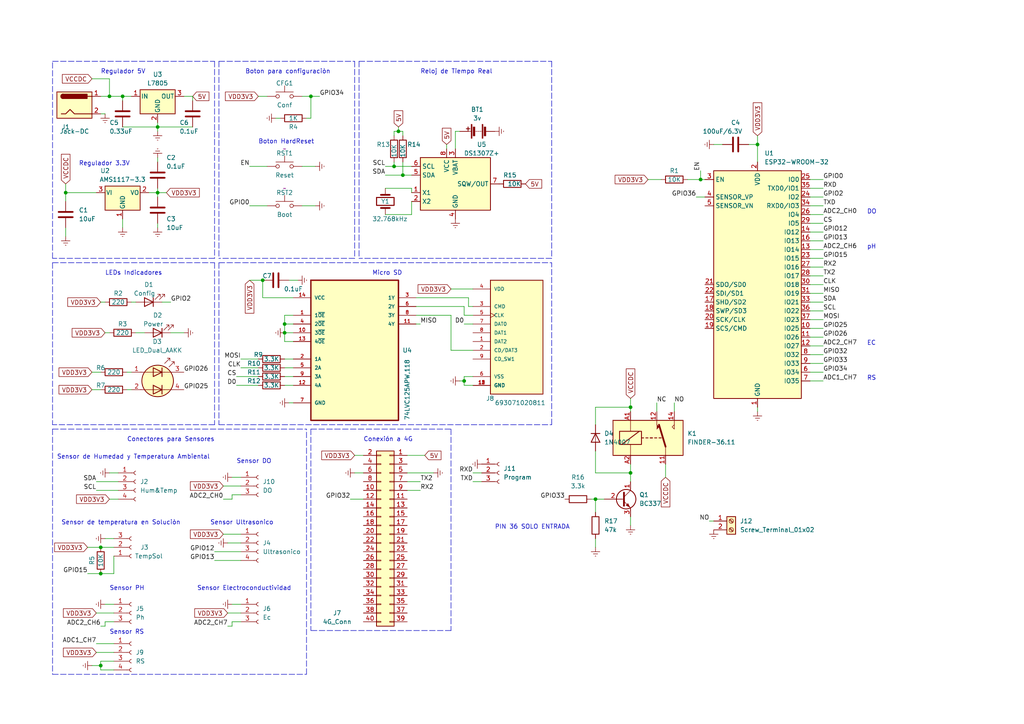
<source format=kicad_sch>
(kicad_sch (version 20211123) (generator eeschema)
  (paper "A4")
  (title_block (title "Trabajo de Tesis MIEL") (date "2022-03-31") (rev "1.0") (company "Benemerita Universidad Autonoma de Puebla"))
  (junction (at 76.2 81.28))
  (junction (at 82.55 93.98))
  (junction (at 182.88 118.11))
  (junction (at 182.88 137.16))
  (junction (at 219.71 41.91))
  (junction (at 29.21 158.75))
  (junction (at 115.57 38.1))
  (junction (at 114.3 48.26))
  (junction (at 45.72 55.88))
  (junction (at 19.05 55.88))
  (junction (at 45.72 36.83))
  (junction (at 29.21 193.04))
  (junction (at 116.84 50.8))
  (junction (at 35.56 27.94))
  (junction (at 82.55 96.52))
  (junction (at 90.17 27.94))
  (junction (at 29.21 166.37))
  (junction (at 172.72 144.78))
  (junction (at 31.75 27.94))
  (junction (at 203.2 52.07))
  (junction (at 134.62 110.49))
  (wire (pts (xy 118.11 137.16) (xy 125.73 137.16)))
  (wire (pts (xy 35.56 27.94) (xy 38.1 27.94)))
  (wire (pts (xy 114.3 39.37) (xy 114.3 38.1)))
  (wire (pts (xy 19.05 53.34) (xy 19.05 55.88)))
  (wire (pts (xy 120.65 93.98) (xy 121.92 93.98)))
  (wire (pts (xy 134.62 91.44) (xy 137.16 91.44)))
  (wire (pts (xy 45.72 35.56) (xy 45.72 36.83)))
  (wire (pts (xy 234.95 69.85) (xy 238.76 69.85)))
  (wire (pts (xy 118.11 142.24) (xy 121.92 142.24)))
  (wire (pts (xy 190.5 116.84) (xy 190.5 119.38)))
  (wire (pts (xy 182.88 118.11) (xy 182.88 119.38)))
  (wire (pts (xy 90.17 27.94) (xy 90.17 34.29)))
  (polyline (pts (xy 102.87 74.93) (xy 63.5 74.93)))
  (wire (pts (xy 187.96 52.07) (xy 191.77 52.07)))
  (polyline (pts (xy 15.24 38.1) (xy 15.24 17.78)))
  (wire (pts (xy 45.72 55.88) (xy 48.26 55.88)))
  (wire (pts (xy 45.72 64.77) (xy 45.72 66.04)))
  (wire (pts (xy 87.63 27.94) (xy 90.17 27.94)))
  (wire (pts (xy 88.9 34.29) (xy 90.17 34.29)))
  (polyline (pts (xy 104.14 17.78) (xy 104.14 74.93)))
  (polyline (pts (xy 15.24 195.58) (xy 88.9 195.58)))
  (wire (pts (xy 67.31 143.51) (xy 69.85 143.51)))
  (wire (pts (xy 130.81 91.44) (xy 130.81 101.6)))
  (wire (pts (xy 87.63 48.26) (xy 91.44 48.26)))
  (wire (pts (xy 77.47 81.28) (xy 76.2 81.28)))
  (wire (pts (xy 82.55 106.68) (xy 85.09 106.68)))
  (wire (pts (xy 27.94 177.8) (xy 33.02 177.8)))
  (polyline (pts (xy 160.02 123.19) (xy 160.02 76.2)))
  (wire (pts (xy 134.62 88.9) (xy 134.62 91.44)))
  (wire (pts (xy 45.72 55.88) (xy 45.72 54.61)))
  (wire (pts (xy 234.95 67.31) (xy 238.76 67.31)))
  (wire (pts (xy 82.55 91.44) (xy 82.55 93.98)))
  (wire (pts (xy 234.95 92.71) (xy 238.76 92.71)))
  (wire (pts (xy 219.71 118.11) (xy 219.71 119.38)))
  (wire (pts (xy 129.54 41.91) (xy 129.54 43.18)))
  (wire (pts (xy 120.65 91.44) (xy 130.81 91.44)))
  (wire (pts (xy 219.71 39.37) (xy 219.71 41.91)))
  (wire (pts (xy 29.21 87.63) (xy 30.48 87.63)))
  (polyline (pts (xy 102.87 17.78) (xy 102.87 74.93)))
  (polyline (pts (xy 15.24 17.78) (xy 62.23 17.78)))
  (wire (pts (xy 234.95 95.25) (xy 238.76 95.25)))
  (wire (pts (xy 116.84 39.37) (xy 116.84 38.1)))
  (wire (pts (xy 33.02 194.31) (xy 29.21 194.31)))
  (wire (pts (xy 111.76 48.26) (xy 114.3 48.26)))
  (polyline (pts (xy 104.14 17.78) (xy 160.02 17.78)))
  (wire (pts (xy 234.95 87.63) (xy 238.76 87.63)))
  (polyline (pts (xy 15.24 74.93) (xy 15.24 38.1)))
  (wire (pts (xy 120.65 88.9) (xy 134.62 88.9)))
  (polyline (pts (xy 62.23 38.1) (xy 62.23 74.93)))
  (wire (pts (xy 41.91 96.52) (xy 39.37 96.52)))
  (wire (pts (xy 234.95 52.07) (xy 238.76 52.07)))
  (wire (pts (xy 137.16 109.22) (xy 134.62 109.22)))
  (wire (pts (xy 85.09 99.06) (xy 82.55 99.06)))
  (wire (pts (xy 62.23 162.56) (xy 69.85 162.56)))
  (wire (pts (xy 234.95 57.15) (xy 238.76 57.15)))
  (wire (pts (xy 234.95 64.77) (xy 238.76 64.77)))
  (wire (pts (xy 26.67 193.04) (xy 29.21 193.04)))
  (polyline (pts (xy 130.81 124.46) (xy 130.81 182.88)))
  (wire (pts (xy 69.85 106.68) (xy 74.93 106.68)))
  (wire (pts (xy 29.21 193.04) (xy 29.21 194.31)))
  (polyline (pts (xy 130.81 182.88) (xy 90.17 182.88)))
  (wire (pts (xy 82.55 93.98) (xy 85.09 93.98)))
  (wire (pts (xy 31.75 22.86) (xy 31.75 27.94)))
  (wire (pts (xy 234.95 105.41) (xy 238.76 105.41)))
  (wire (pts (xy 66.04 181.61) (xy 67.31 181.61)))
  (wire (pts (xy 182.88 137.16) (xy 182.88 139.7)))
  (wire (pts (xy 87.63 59.69) (xy 91.44 59.69)))
  (polyline (pts (xy 62.23 123.19) (xy 15.24 123.19)))
  (wire (pts (xy 45.72 45.72) (xy 45.72 46.99)))
  (wire (pts (xy 38.1 87.63) (xy 39.37 87.63)))
  (wire (pts (xy 72.39 59.69) (xy 77.47 59.69)))
  (wire (pts (xy 29.21 27.94) (xy 31.75 27.94)))
  (wire (pts (xy 132.08 38.1) (xy 132.08 43.18)))
  (wire (pts (xy 82.55 111.76) (xy 85.09 111.76)))
  (polyline (pts (xy 15.24 76.2) (xy 15.24 123.19)))
  (wire (pts (xy 74.93 27.94) (xy 77.47 27.94)))
  (wire (pts (xy 172.72 144.78) (xy 175.26 144.78)))
  (wire (pts (xy 83.82 116.84) (xy 85.09 116.84)))
  (wire (pts (xy 133.35 38.1) (xy 132.08 38.1)))
  (wire (pts (xy 111.76 54.61) (xy 119.38 54.61)))
  (wire (pts (xy 102.87 137.16) (xy 105.41 137.16)))
  (wire (pts (xy 234.95 62.23) (xy 238.76 62.23)))
  (wire (pts (xy 203.2 52.07) (xy 204.47 52.07)))
  (wire (pts (xy 115.57 38.1) (xy 116.84 38.1)))
  (wire (pts (xy 134.62 111.76) (xy 137.16 111.76)))
  (wire (pts (xy 35.56 36.83) (xy 45.72 36.83)))
  (wire (pts (xy 67.31 175.26) (xy 69.85 175.26)))
  (wire (pts (xy 64.77 144.78) (xy 67.31 144.78)))
  (wire (pts (xy 31.75 27.94) (xy 35.56 27.94)))
  (wire (pts (xy 82.55 96.52) (xy 85.09 96.52)))
  (wire (pts (xy 30.48 96.52) (xy 31.75 96.52)))
  (wire (pts (xy 205.74 151.13) (xy 207.01 151.13)))
  (wire (pts (xy 27.94 186.69) (xy 33.02 186.69)))
  (polyline (pts (xy 15.24 76.2) (xy 62.23 76.2)))
  (polyline (pts (xy 90.17 124.46) (xy 130.81 124.46)))
  (wire (pts (xy 29.21 191.77) (xy 29.21 193.04)))
  (wire (pts (xy 234.95 110.49) (xy 238.76 110.49)))
  (wire (pts (xy 182.88 134.62) (xy 182.88 137.16)))
  (wire (pts (xy 101.6 144.78) (xy 105.41 144.78)))
  (wire (pts (xy 219.71 41.91) (xy 217.17 41.91)))
  (polyline (pts (xy 160.02 74.93) (xy 104.14 74.93)))
  (wire (pts (xy 33.02 161.29) (xy 33.02 166.37)))
  (wire (pts (xy 30.48 156.21) (xy 33.02 156.21)))
  (wire (pts (xy 137.16 137.16) (xy 139.7 137.16)))
  (wire (pts (xy 26.67 22.86) (xy 31.75 22.86)))
  (wire (pts (xy 26.67 113.03) (xy 29.21 113.03)))
  (wire (pts (xy 33.02 166.37) (xy 29.21 166.37)))
  (wire (pts (xy 234.95 54.61) (xy 238.76 54.61)))
  (wire (pts (xy 134.62 110.49) (xy 134.62 111.76)))
  (wire (pts (xy 68.58 109.22) (xy 74.93 109.22)))
  (wire (pts (xy 118.11 132.08) (xy 123.19 132.08)))
  (wire (pts (xy 234.95 80.01) (xy 238.76 80.01)))
  (wire (pts (xy 67.31 181.61) (xy 67.31 180.34)))
  (wire (pts (xy 234.95 82.55) (xy 238.76 82.55)))
  (wire (pts (xy 26.67 107.95) (xy 29.21 107.95)))
  (wire (pts (xy 111.76 50.8) (xy 116.84 50.8)))
  (wire (pts (xy 29.21 33.02) (xy 30.48 33.02)))
  (wire (pts (xy 30.48 180.34) (xy 33.02 180.34)))
  (polyline (pts (xy 90.17 124.46) (xy 90.17 182.88)))
  (wire (pts (xy 81.28 34.29) (xy 80.01 34.29)))
  (polyline (pts (xy 15.24 124.46) (xy 88.9 124.46)))
  (wire (pts (xy 55.88 27.94) (xy 55.88 29.21)))
  (wire (pts (xy 67.31 138.43) (xy 69.85 138.43)))
  (wire (pts (xy 45.72 36.83) (xy 45.72 38.1)))
  (wire (pts (xy 234.95 107.95) (xy 238.76 107.95)))
  (wire (pts (xy 182.88 149.86) (xy 182.88 152.4)))
  (polyline (pts (xy 160.02 17.78) (xy 160.02 74.93)))
  (polyline (pts (xy 63.5 123.19) (xy 160.02 123.19)))
  (wire (pts (xy 111.76 62.23) (xy 119.38 62.23)))
  (wire (pts (xy 135.89 86.36) (xy 135.89 88.9)))
  (wire (pts (xy 82.55 96.52) (xy 82.55 99.06)))
  (wire (pts (xy 27.94 142.24) (xy 34.29 142.24)))
  (wire (pts (xy 82.55 109.22) (xy 85.09 109.22)))
  (wire (pts (xy 199.39 52.07) (xy 203.2 52.07)))
  (wire (pts (xy 114.3 38.1) (xy 115.57 38.1)))
  (wire (pts (xy 90.17 27.94) (xy 92.71 27.94)))
  (wire (pts (xy 69.85 104.14) (xy 74.93 104.14)))
  (polyline (pts (xy 63.5 17.78) (xy 63.5 74.93)))
  (wire (pts (xy 234.95 85.09) (xy 238.76 85.09)))
  (wire (pts (xy 116.84 50.8) (xy 119.38 50.8)))
  (wire (pts (xy 27.94 139.7) (xy 34.29 139.7)))
  (wire (pts (xy 68.58 111.76) (xy 74.93 111.76)))
  (wire (pts (xy 102.87 132.08) (xy 105.41 132.08)))
  (wire (pts (xy 31.75 137.16) (xy 34.29 137.16)))
  (wire (pts (xy 137.16 139.7) (xy 139.7 139.7)))
  (wire (pts (xy 82.55 104.14) (xy 85.09 104.14)))
  (wire (pts (xy 85.09 91.44) (xy 82.55 91.44)))
  (wire (pts (xy 171.45 144.78) (xy 172.72 144.78)))
  (wire (pts (xy 85.09 86.36) (xy 76.2 86.36)))
  (wire (pts (xy 134.62 93.98) (xy 137.16 93.98)))
  (wire (pts (xy 172.72 137.16) (xy 182.88 137.16)))
  (wire (pts (xy 193.04 134.62) (xy 193.04 138.43)))
  (wire (pts (xy 67.31 180.34) (xy 69.85 180.34)))
  (wire (pts (xy 234.95 74.93) (xy 238.76 74.93)))
  (polyline (pts (xy 63.5 17.78) (xy 102.87 17.78)))
  (wire (pts (xy 27.94 189.23) (xy 33.02 189.23)))
  (wire (pts (xy 219.71 41.91) (xy 219.71 46.99)))
  (wire (pts (xy 35.56 63.5) (xy 35.56 66.04)))
  (wire (pts (xy 203.2 49.53) (xy 203.2 52.07)))
  (wire (pts (xy 234.95 97.79) (xy 238.76 97.79)))
  (wire (pts (xy 64.77 154.94) (xy 69.85 154.94)))
  (wire (pts (xy 45.72 36.83) (xy 55.88 36.83)))
  (wire (pts (xy 76.2 86.36) (xy 76.2 81.28)))
  (wire (pts (xy 43.18 55.88) (xy 45.72 55.88)))
  (wire (pts (xy 207.01 41.91) (xy 209.55 41.91)))
  (wire (pts (xy 66.04 157.48) (xy 69.85 157.48)))
  (wire (pts (xy 172.72 118.11) (xy 182.88 118.11)))
  (wire (pts (xy 182.88 115.57) (xy 182.88 118.11)))
  (wire (pts (xy 172.72 156.21) (xy 172.72 158.75)))
  (wire (pts (xy 119.38 58.42) (xy 119.38 62.23)))
  (wire (pts (xy 36.83 107.95) (xy 38.1 107.95)))
  (polyline (pts (xy 62.23 74.93) (xy 15.24 74.93)))
  (polyline (pts (xy 62.23 17.78) (xy 62.23 38.1)))
  (polyline (pts (xy 62.23 76.2) (xy 62.23 123.19)))
  (wire (pts (xy 64.77 140.97) (xy 69.85 140.97)))
  (wire (pts (xy 25.4 158.75) (xy 29.21 158.75)))
  (wire (pts (xy 119.38 54.61) (xy 119.38 55.88)))
  (wire (pts (xy 134.62 109.22) (xy 134.62 110.49)))
  (wire (pts (xy 46.99 87.63) (xy 49.53 87.63)))
  (wire (pts (xy 66.04 177.8) (xy 69.85 177.8)))
  (wire (pts (xy 130.81 101.6) (xy 137.16 101.6)))
  (wire (pts (xy 83.82 81.28) (xy 86.36 81.28)))
  (wire (pts (xy 115.57 36.83) (xy 115.57 38.1)))
  (wire (pts (xy 49.53 96.52) (xy 53.34 96.52)))
  (wire (pts (xy 118.11 139.7) (xy 121.92 139.7)))
  (polyline (pts (xy 63.5 76.2) (xy 63.5 123.19)))
  (wire (pts (xy 29.21 158.75) (xy 33.02 158.75)))
  (wire (pts (xy 234.95 100.33) (xy 238.76 100.33)))
  (wire (pts (xy 234.95 72.39) (xy 238.76 72.39)))
  (wire (pts (xy 82.55 93.98) (xy 82.55 96.52)))
  (polyline (pts (xy 88.9 195.58) (xy 88.9 124.46)))
  (wire (pts (xy 172.72 123.19) (xy 172.72 118.11)))
  (wire (pts (xy 36.83 113.03) (xy 38.1 113.03)))
  (wire (pts (xy 53.34 27.94) (xy 55.88 27.94)))
  (wire (pts (xy 67.31 144.78) (xy 67.31 143.51)))
  (wire (pts (xy 114.3 46.99) (xy 114.3 48.26)))
  (wire (pts (xy 114.3 48.26) (xy 119.38 48.26)))
  (wire (pts (xy 195.58 116.84) (xy 195.58 119.38)))
  (wire (pts (xy 72.39 48.26) (xy 77.47 48.26)))
  (wire (pts (xy 30.48 181.61) (xy 30.48 180.34)))
  (wire (pts (xy 62.23 160.02) (xy 69.85 160.02)))
  (wire (pts (xy 130.81 83.82) (xy 137.16 83.82)))
  (wire (pts (xy 116.84 46.99) (xy 116.84 50.8)))
  (wire (pts (xy 234.95 77.47) (xy 238.76 77.47)))
  (wire (pts (xy 31.75 144.78) (xy 34.29 144.78)))
  (wire (pts (xy 19.05 66.04) (xy 19.05 68.58)))
  (wire (pts (xy 29.21 181.61) (xy 30.48 181.61)))
  (wire (pts (xy 72.39 81.28) (xy 76.2 81.28)))
  (wire (pts (xy 25.4 166.37) (xy 29.21 166.37)))
  (wire (pts (xy 120.65 86.36) (xy 135.89 86.36)))
  (wire (pts (xy 19.05 55.88) (xy 19.05 58.42)))
  (wire (pts (xy 30.48 175.26) (xy 33.02 175.26)))
  (wire (pts (xy 201.93 57.15) (xy 204.47 57.15)))
  (wire (pts (xy 172.72 130.81) (xy 172.72 137.16)))
  (polyline (pts (xy 15.24 124.46) (xy 15.24 195.58)))
  (wire (pts (xy 19.05 55.88) (xy 27.94 55.88)))
  (wire (pts (xy 33.02 191.77) (xy 29.21 191.77)))
  (wire (pts (xy 234.95 90.17) (xy 238.76 90.17)))
  (wire (pts (xy 45.72 55.88) (xy 45.72 57.15)))
  (wire (pts (xy 234.95 59.69) (xy 238.76 59.69)))
  (polyline (pts (xy 63.5 76.2) (xy 160.02 76.2)))
  (wire (pts (xy 133.35 110.49) (xy 134.62 110.49)))
  (wire (pts (xy 234.95 102.87) (xy 238.76 102.87)))
  (wire (pts (xy 172.72 144.78) (xy 172.72 148.59)))
  (wire (pts (xy 35.56 27.94) (xy 35.56 29.21)))
  (wire (pts (xy 135.89 88.9) (xy 137.16 88.9)))
  (text "DO" (at 251.46 62.23 0) (effects (font (size 1.27 1.27)) (justify left bottom)))
  (text "RS" (at 251.46 110.49 0) (effects (font (size 1.27 1.27)) (justify left bottom)))
  (text "EC" (at 251.46 100.33 0) (effects (font (size 1.27 1.27)) (justify left bottom)))
  (text "Sensor Ultrasonico" (at 60.96 152.4 0) (effects (font (size 1.27 1.27)) (justify left bottom)))
  (text "PIN 36 SOLO ENTRADA" (at 143.51 153.67 0) (effects (font (size 1.27 1.27)) (justify left bottom)))
  (text "Sensor Electroconductividad" (at 57.15 171.45 0) (effects (font (size 1.27 1.27)) (justify left bottom)))
  (text "Sensor de temperatura en Soluciòn" (at 17.78 152.4 0) (effects (font (size 1.27 1.27)) (justify left bottom)))
  (text "pH" (at 251.46 72.39 0) (effects (font (size 1.27 1.27)) (justify left bottom)))
  (text "Reloj de Tiempo Real" (at 121.92 21.59 0) (effects (font (size 1.27 1.27)) (justify left bottom)))
  (text "Boton para configuraciòn" (at 71.12 21.59 0) (effects (font (size 1.27 1.27)) (justify left bottom)))
  (text "Sensor DO\n" (at 68.58 134.62 0) (effects (font (size 1.27 1.27)) (justify left bottom)))
  (text "Boton HardReset" (at 74.93 41.91 0) (effects (font (size 1.27 1.27)) (justify left bottom)))
  (text "LEDs Indicadores\n" (at 30.48 80.01 0) (effects (font (size 1.27 1.27)) (justify left bottom)))
  (text "Sensor RS\n" (at 31.75 184.15 0) (effects (font (size 1.27 1.27)) (justify left bottom)))
  (text "Sensor de Humedad y Temperatura Ambiental" (at 16.51 133.35 0) (effects (font (size 1.27 1.27)) (justify left bottom)))
  (text "Micro SD " (at 107.95 80.01 0) (effects (font (size 1.27 1.27)) (justify left bottom)))
  (text "Sensor PH\n" (at 31.75 171.45 0) (effects (font (size 1.27 1.27)) (justify left bottom)))
  (text "Conexión a 4G" (at 105.41 128.27 0) (effects (font (size 1.27 1.27)) (justify left bottom)))
  (text "Conectores para Sensores\n" (at 36.83 128.27 0) (effects (font (size 1.27 1.27)) (justify left bottom)))
  (text "Regulador 3.3V" (at 22.86 48.26 0) (effects (font (size 1.27 1.27)) (justify left bottom)))
  (text "Regulador 5V\n" (at 29.21 21.59 0) (effects (font (size 1.27 1.27)) (justify left bottom)))
  (label "SCL" (at 27.94 142.24 180))
  (label "TX2" (at 121.92 139.7 0))
  (label "MISO" (at 238.76 85.09 0))
  (label "D0" (at 68.58 111.76 180))
  (label "GPIO25" (at 238.76 95.25 0))
  (label "GPIO2" (at 238.76 57.15 0))
  (label "EN" (at 72.39 48.26 180))
  (label "NO" (at 205.74 151.13 180))
  (label "ADC2_CH0" (at 238.76 62.23 0))
  (label "GPIO34" (at 238.76 107.95 0))
  (label "TX2" (at 238.76 80.01 0))
  (label "SDA" (at 111.76 50.8 180))
  (label "GPIO36" (at 201.93 57.15 180))
  (label "GPIO33" (at 238.76 105.41 0))
  (label "EN" (at 203.2 49.53 90))
  (label "ADC2_CH7" (at 66.04 181.61 180))
  (label "SDA" (at 238.76 87.63 0))
  (label "ADC2_CH0" (at 64.77 144.78 180))
  (label "RXD" (at 137.16 137.16 180))
  (label "GPIO12" (at 238.76 67.31 0))
  (label "ADC2_CH7" (at 238.76 100.33 0))
  (label "CS" (at 68.58 109.22 180))
  (label "GPIO13" (at 62.23 162.56 180))
  (label "SDA" (at 27.94 139.7 180))
  (label "GPIO32" (at 101.6 144.78 180))
  (label "RX2" (at 121.92 142.24 0))
  (label "GPIO34" (at 92.71 27.94 0))
  (label "GPIO25" (at 53.34 113.03 0))
  (label "GPIO15" (at 25.4 166.37 180))
  (label "ADC2_CH6" (at 238.76 72.39 0))
  (label "MOSI" (at 238.76 92.71 0))
  (label "RXD" (at 238.76 54.61 0))
  (label "GPIO26" (at 53.34 107.95 0))
  (label "ADC2_CH6" (at 29.21 181.61 180))
  (label "ADC1_CH7" (at 238.76 110.49 0))
  (label "MISO" (at 121.92 93.98 0))
  (label "GPIO15" (at 238.76 74.93 0))
  (label "CS" (at 238.76 64.77 0))
  (label "GPIO12" (at 62.23 160.02 180))
  (label "GPIO2" (at 49.53 87.63 0))
  (label "CLK" (at 69.85 106.68 180))
  (label "SCL" (at 238.76 90.17 0))
  (label "GPIO13" (at 238.76 69.85 0))
  (label "GPIO33" (at 163.83 144.78 180))
  (label "GPIO26" (at 238.76 97.79 0))
  (label "TXD" (at 137.16 139.7 180))
  (label "GPIO32" (at 238.76 102.87 0))
  (label "D0" (at 134.62 93.98 180))
  (label "CLK" (at 238.76 82.55 0))
  (label "GPIO0" (at 238.76 52.07 0))
  (label "TXD" (at 238.76 59.69 0))
  (label "SCL" (at 111.76 48.26 180))
  (label "ADC1_CH7" (at 27.94 186.69 180))
  (label "GPIO0" (at 72.39 59.69 180))
  (label "NO" (at 195.58 116.84 0))
  (label "MOSI" (at 69.85 104.14 180))
  (label "NC" (at 190.5 116.84 0))
  (label "RX2" (at 238.76 77.47 0))
  (global_label "VCCDC" (shape input) (at 19.05 53.34 90) (property "Intersheet References" "${INTERSHEET_REFS}" (effects hide)))
  (global_label "VDD3V3" (shape input) (at 26.67 107.95 180) (property "Intersheet References" "${INTERSHEET_REFS}" (effects hide)))
  (global_label "VDD3V3" (shape input) (at 30.48 96.52 180) (property "Intersheet References" "${INTERSHEET_REFS}" (effects hide)))
  (global_label "VDD3V3" (shape input) (at 102.87 132.08 180) (property "Intersheet References" "${INTERSHEET_REFS}" (effects hide)))
  (global_label "VDD3V3" (shape input) (at 64.77 154.94 180) (property "Intersheet References" "${INTERSHEET_REFS}" (effects hide)))
  (global_label "5V" (shape input) (at 123.19 132.08 0) (property "Intersheet References" "${INTERSHEET_REFS}" (effects hide)))
  (global_label "VDD3V3" (shape input) (at 72.39 81.28 270) (property "Intersheet References" "${INTERSHEET_REFS}" (effects hide)))
  (global_label "VDD3V3" (shape input) (at 64.77 140.97 180) (property "Intersheet References" "${INTERSHEET_REFS}" (effects hide)))
  (global_label "VCCDC" (shape input) (at 193.04 138.43 270) (property "Intersheet References" "${INTERSHEET_REFS}" (effects hide)))
  (global_label "VDD3V3" (shape input) (at 27.94 177.8 180) (property "Intersheet References" "${INTERSHEET_REFS}" (effects hide)))
  (global_label "VDD3V3" (shape input) (at 27.94 189.23 180) (property "Intersheet References" "${INTERSHEET_REFS}" (effects hide)))
  (global_label "5V" (shape input) (at 115.57 36.83 90) (property "Intersheet References" "${INTERSHEET_REFS}" (effects hide)))
  (global_label "VDD3V3" (shape input) (at 31.75 144.78 180) (property "Intersheet References" "${INTERSHEET_REFS}" (effects hide)))
  (global_label "VDD3V3" (shape input) (at 130.81 83.82 180) (property "Intersheet References" "${INTERSHEET_REFS}" (effects hide)))
  (global_label "5V" (shape input) (at 152.4 53.34 0) (property "Intersheet References" "${INTERSHEET_REFS}" (effects hide)))
  (global_label "VDD3V3" (shape input) (at 219.71 39.37 90) (property "Intersheet References" "${INTERSHEET_REFS}" (effects hide)))
  (global_label "VDD3V3" (shape input) (at 25.4 158.75 180) (property "Intersheet References" "${INTERSHEET_REFS}" (effects hide)))
  (global_label "VCCDC" (shape input) (at 182.88 115.57 90) (property "Intersheet References" "${INTERSHEET_REFS}" (effects hide)))
  (global_label "VDD3V3" (shape input) (at 66.04 177.8 180) (property "Intersheet References" "${INTERSHEET_REFS}" (effects hide)))
  (global_label "VCCDC" (shape input) (at 26.67 22.86 180) (property "Intersheet References" "${INTERSHEET_REFS}" (effects hide)))
  (global_label "5V" (shape input) (at 55.88 27.94 0) (property "Intersheet References" "${INTERSHEET_REFS}" (effects hide)))
  (global_label "VDD3V3" (shape input) (at 48.26 55.88 0) (property "Intersheet References" "${INTERSHEET_REFS}" (effects hide)))
  (global_label "VDD3V3" (shape input) (at 74.93 27.94 180) (property "Intersheet References" "${INTERSHEET_REFS}" (effects hide)))
  (global_label "VDD3V3" (shape input) (at 26.67 113.03 180) (property "Intersheet References" "${INTERSHEET_REFS}" (effects hide)))
  (global_label "5V" (shape input) (at 129.54 41.91 90) (property "Intersheet References" "${INTERSHEET_REFS}" (effects hide)))
  (global_label "VDD3V3" (shape input) (at 187.96 52.07 180) (property "Intersheet References" "${INTERSHEET_REFS}" (effects hide)))
  (global_label "VDD3V3" (shape input) (at 29.21 87.63 180) (property "Intersheet References" "${INTERSHEET_REFS}" (effects hide)))
  (symbol (lib_id "power:Earth") (at 133.35 110.49 270) (unit 1)
    (property "Reference" "#PWR0123" (effects hide))
    (property "Value" "Earth" (effects hide))
  )
  (symbol (lib_id "Device:R") (at 78.74 111.76 90) (unit 1)
    (property "Reference" "R12" (at 73.66 110.49 90))
    (property "Value" "3.3K" (at 78.74 111.76 90))
    (property "Footprint" "Resistor_SMD:R_0805_2012Metric_Pad1.20x1.40mm_HandSolder" (effects hide))
  )
  (symbol (lib_id "power:Earth") (at 30.48 175.26 270) (unit 1)
    (property "Reference" "#PWR0116" (effects hide))
    (property "Value" "Earth" (effects hide))
  )
  (symbol (lib_id "power:Earth") (at 207.01 153.67 0) (unit 1)
    (property "Reference" "#PWR0132" (effects hide))
    (property "Value" "Earth" (effects hide))
  )
  (symbol (lib_id "power:Earth") (at 219.71 119.38 0) (unit 1)
    (property "Reference" "#PWR0103" (effects hide))
    (property "Value" "Earth" (effects hide))
  )
  (symbol (lib_id "power:Earth") (at 45.72 38.1 0) (unit 1)
    (property "Reference" "#PWR0117" (effects hide))
    (property "Value" "Earth" (effects hide))
  )
  (symbol (lib_id "Regulator_Linear:L7805") (at 45.72 27.94 0) (unit 1)
    (property "Reference" "U3" (at 45.72 21.59 0))
    (property "Value" "L7805" (at 45.72 24.13 0))
    (property "Footprint" "Package_TO_SOT_THT:TO-251-3_Vertical" (effects hide))
    (property "Datasheet" "http://www.st.com/content/ccc/resource/technical/document/datasheet/41/4f/b3/b0/12/d4/47/88/CD00000444.pdf/files/CD00000444.pdf/jcr:content/translations/en.CD00000444.pdf" (effects hide))
  )
  (symbol (lib_id "Switch:SW_Push") (at 82.55 27.94 0) (unit 1)
    (property "Reference" "CFG1" (at 82.55 24.13 0))
    (property "Value" "Conf" (at 82.55 30.48 0))
    (property "Footprint" "Button_Switch_THT:SW_Tactile_SPST_Angled_PTS645Vx83-2LFS" (effects hide))
  )
  (symbol (lib_id "Device:C") (at 45.72 60.96 0) (unit 1)
    (property "Reference" "C3" (at 48.26 63.5 0) (effects (justify left)))
    (property "Value" "10uF" (at 48.26 66.04 0) (effects (justify left)))
    (property "Footprint" "Capacitor_SMD:C_1210_3225Metric_Pad1.33x2.70mm_HandSolder" (effects hide))
  )
  (symbol (lib_id "Device:LED") (at 43.18 87.63 180) (unit 1)
    (property "Reference" "D1" (at 43.18 82.55 0))
    (property "Value" "Config" (at 41.91 85.09 0))
    (property "Footprint" "LED_SMD:LED_1206_3216Metric_Pad1.42x1.75mm_HandSolder" (effects hide))
  )
  (symbol (lib_id "Device:R") (at 33.02 107.95 270) (unit 1)
    (property "Reference" "R6" (at 29.21 106.68 90))
    (property "Value" "220" (at 33.02 107.95 90))
    (property "Footprint" "Resistor_SMD:R_0805_2012Metric_Pad1.20x1.40mm_HandSolder" (effects hide))
  )
  (symbol (lib_id "power:Earth") (at 45.72 45.72 180) (unit 1)
    (property "Reference" "#PWR0106" (effects hide))
    (property "Value" "Earth" (effects hide))
  )
  (symbol (lib_id "Device:R") (at 85.09 34.29 270) (unit 1)
    (property "Reference" "R4" (at 85.09 36.83 90))
    (property "Value" "1K" (at 85.09 34.29 90))
    (property "Footprint" "Resistor_SMD:R_0805_2012Metric_Pad1.20x1.40mm_HandSolder" (effects hide))
  )
  (symbol (lib_id "Device:C") (at 35.56 33.02 0) (unit 1)
    (property "Reference" "C5" (at 31.75 35.56 0) (effects (justify left)))
    (property "Value" "0.33uF" (at 31.75 38.1 0) (effects (justify left)))
    (property "Footprint" "Capacitor_SMD:C_0805_2012Metric_Pad1.18x1.45mm_HandSolder" (effects hide))
  )
  (symbol (lib_id "power:Earth") (at 172.72 158.75 0) (unit 1)
    (property "Reference" "#PWR0130" (effects hide))
    (property "Value" "Earth" (effects hide))
  )
  (symbol (lib_id "Transistor_BJT:BC337") (at 180.34 144.78 0) (unit 1)
    (property "Reference" "Q1" (at 185.42 143.5099 0) (effects (justify left)))
    (property "Value" "BC337" (at 185.42 146.0499 0) (effects (justify left)))
    (property "Footprint" "Package_TO_SOT_THT:TO-92_Inline" (effects hide))
    (property "Datasheet" "https://diotec.com/tl_files/diotec/files/pdf/datasheets/bc337.pdf" (effects hide))
  )
  (symbol (lib_id "power:Earth") (at 30.48 156.21 270) (unit 1)
    (property "Reference" "#PWR0113" (effects hide))
    (property "Value" "Earth" (effects hide))
  )
  (symbol (lib_id "Device:R") (at 148.59 53.34 90) (unit 1)
    (property "Reference" "R15" (at 149.86 50.8 90) (effects (justify left)))
    (property "Value" "10K" (at 151.13 53.34 90) (effects (justify left)))
    (property "Footprint" "Resistor_SMD:R_0805_2012Metric_Pad1.20x1.40mm_HandSolder" (effects hide))
  )
  (symbol (lib_id "Connector:Conn_01x03_Female") (at 74.93 140.97 0) (unit 1)
    (property "Reference" "J10" (at 76.2 139.6999 0) (effects (justify left)))
    (property "Value" "DO" (at 76.2 142.2399 0) (effects (justify left)))
    (property "Footprint" "Connector_JST:JST_EH_B3B-EH-A_1x03_P2.50mm_Vertical" (effects hide))
  )
  (symbol (lib_id "Switch:SW_Push") (at 82.55 59.69 0) (unit 1)
    (property "Reference" "RST2" (at 82.55 55.88 0))
    (property "Value" "Boot" (at 82.55 62.23 0))
    (property "Footprint" "Button_Switch_SMD:SW_SPST_B3U-1000P" (effects hide))
    (property "Datasheet" "~" (at 82.55 54.61 0))
  )
  (symbol (lib_id "power:Earth") (at 30.48 33.02 0) (unit 1)
    (property "Reference" "#PWR0101" (effects hide))
    (property "Value" "Earth" (effects hide))
  )
  (symbol (lib_id "power:Earth") (at 207.01 41.91 270) (unit 1)
    (property "Reference" "#PWR0107" (effects hide))
    (property "Value" "Earth" (effects hide))
  )
  (symbol (lib_id "power:Earth") (at 67.31 175.26 270) (unit 1)
    (property "Reference" "#PWR0115" (effects hide))
    (property "Value" "Earth" (effects hide))
  )
  (symbol (lib_id "Device:LED") (at 45.72 96.52 180) (unit 1)
    (property "Reference" "D2" (at 45.72 91.44 0))
    (property "Value" "Power" (at 44.45 93.98 0))
    (property "Footprint" "LED_SMD:LED_1206_3216Metric_Pad1.42x1.75mm_HandSolder" (effects hide))
  )
  (symbol (lib_id "power:Earth") (at 182.88 152.4 0) (unit 1)
    (property "Reference" "#PWR0129" (effects hide))
    (property "Value" "Earth" (effects hide))
  )
  (symbol (lib_id "power:Earth") (at 80.01 34.29 270) (unit 1)
    (property "Reference" "#PWR0111" (effects hide))
    (property "Value" "Earth" (effects hide))
  )
  (symbol (lib_id "Regulator_Linear:AMS1117-3.3") (at 35.56 55.88 0) (unit 1)
    (property "Reference" "U2" (at 30.48 49.53 0))
    (property "Value" "AMS1117-3.3" (at 35.56 52.07 0))
    (property "Footprint" "Package_TO_SOT_SMD:SOT-223-3_TabPin2" (effects hide))
    (property "Datasheet" "http://www.advanced-monolithic.com/pdf/ds1117.pdf" (effects hide))
  )
  (symbol (lib_id "Connector:Jack-DC") (at 21.59 30.48 0) (unit 1)
    (property "Reference" "J1" (at 19.05 36.83 0))
    (property "Value" "Jack-DC" (at 21.59 38.1 0))
    (property "Footprint" "Connector_BarrelJack:BarrelJack_Horizontal" (effects hide))
  )
  (symbol (lib_id "Device:R") (at 35.56 96.52 270) (unit 1)
    (property "Reference" "R3" (at 35.56 93.98 90))
    (property "Value" "220" (at 35.56 96.52 90))
    (property "Footprint" "Resistor_SMD:R_0805_2012Metric_Pad1.20x1.40mm_HandSolder" (effects hide))
  )
  (symbol (lib_id "power:Earth") (at 102.87 137.16 270) (unit 1)
    (property "Reference" "#PWR0131" (effects hide))
    (property "Value" "Earth" (effects hide))
  )
  (symbol (lib_id "Diode:1N4007") (at 172.72 127 270) (unit 1)
    (property "Reference" "D4" (at 175.26 125.7299 90) (effects (justify left)))
    (property "Value" "1N4007" (at 175.26 128.2699 90) (effects (justify left)))
    (property "Footprint" "Diode_THT:D_DO-41_SOD81_P10.16mm_Horizontal" (effects hide))
    (property "Datasheet" "http://www.vishay.com/docs/88503/1n4001.pdf" (effects hide))
  )
  (symbol (lib_id "Connector_Generic:Conn_02x20_Odd_Even") (at 113.03 154.94 0) (mirror y) (unit 1)
    (property "Reference" "J7" (at 97.79 177.8 0))
    (property "Value" "4G_Conn" (at 97.79 180.34 0))
    (property "Footprint" "Connector_PinHeader_2.54mm:PinHeader_2x20_P2.54mm_Vertical" (effects hide))
  )
  (symbol (lib_id "power:Earth") (at 132.08 63.5 0) (unit 1)
    (property "Reference" "#PWR0124" (effects hide))
    (property "Value" "Earth" (effects hide))
  )
  (symbol (lib_id "power:Earth") (at 26.67 193.04 270) (unit 1)
    (property "Reference" "#PWR0126" (effects hide))
    (property "Value" "Earth" (effects hide))
  )
  (symbol (lib_id "power:Earth") (at 31.75 137.16 270) (unit 1)
    (property "Reference" "#PWR0112" (effects hide))
    (property "Value" "Earth" (effects hide))
  )
  (symbol (lib_id "Connector:Screw_Terminal_01x02") (at 212.09 151.13 0) (unit 1)
    (property "Reference" "J12" (at 214.63 151.1299 0) (effects (justify left)))
    (property "Value" "Screw_Terminal_01x02" (at 214.63 153.6699 0) (effects (justify left)))
    (property "Footprint" "TerminalBlock:TerminalBlock_bornier-2_P5.08mm" (effects hide))
  )
  (symbol (lib_id "power:Earth") (at 139.7 134.62 270) (unit 1)
    (property "Reference" "#PWR0128" (effects hide))
    (property "Value" "Earth" (effects hide))
  )
  (symbol (lib_id "Connector:Conn_01x03_Female") (at 144.78 137.16 0) (unit 1)
    (property "Reference" "J11" (at 146.05 135.8899 0) (effects (justify left)))
    (property "Value" "Program" (at 146.05 138.4299 0) (effects (justify left)))
    (property "Footprint" "Connector_PinHeader_2.54mm:PinHeader_1x03_P2.54mm_Vertical" (effects hide))
  )
  (symbol (lib_id "Device:LED_Dual_AAKK") (at 45.72 110.49 0) (unit 1)
    (property "Reference" "D3" (at 45.593 99.06 0))
    (property "Value" "LED_Dual_AAKK" (at 45.593 101.6 0))
    (property "Footprint" "LED_SMD:LED_RGB_1210" (effects hide))
  )
  (symbol (lib_id "Device:Crystal") (at 111.76 58.42 270) (unit 1)
    (property "Reference" "Y1" (at 110.49 58.42 90) (effects (justify left)))
    (property "Value" "32.768kHz" (at 107.95 63.5 90) (effects (justify left)))
    (property "Footprint" "Crystal:Crystal_AT310_D3.0mm_L10.0mm_Horizontal" (effects hide))
  )
  (symbol (lib_id "Connector:Conn_01x03_Female") (at 38.1 177.8 0) (unit 1)
    (property "Reference" "J5" (at 39.37 176.5299 0) (effects (justify left)))
    (property "Value" "Ph" (at 39.37 179.0699 0) (effects (justify left)))
    (property "Footprint" "Connector_JST:JST_EH_B3B-EH-A_1x03_P2.50mm_Vertical" (effects hide))
  )
  (symbol (lib_id "Connector:Conn_01x04_Female") (at 39.37 139.7 0) (unit 1)
    (property "Reference" "J2" (at 40.64 139.6999 0) (effects (justify left)))
    (property "Value" "Hum&Temp " (at 40.64 142.2399 0) (effects (justify left)))
    (property "Footprint" "Connector_JST:JST_EH_S4B-EH_1x04_P2.50mm_Horizontal" (effects hide))
  )
  (symbol (lib_id "power:Earth") (at 83.82 116.84 270) (unit 1)
    (property "Reference" "#PWR0120" (effects hide))
    (property "Value" "Earth" (effects hide))
  )
  (symbol (lib_id "Device:C") (at 213.36 41.91 90) (unit 1)
    (property "Reference" "C4" (at 213.36 35.56 90))
    (property "Value" "100uF/6.3V" (at 209.55 38.1 90))
    (property "Footprint" "Capacitor_SMD:C_1210_3225Metric_Pad1.33x2.70mm_HandSolder" (effects hide))
  )
  (symbol (lib_id "Switch:SW_Push") (at 82.55 48.26 0) (unit 1)
    (property "Reference" "RST1" (at 82.55 44.45 0))
    (property "Value" "Reset" (at 82.55 50.8 0))
    (property "Footprint" "Button_Switch_THT:SW_Tactile_SPST_Angled_PTS645Vx83-2LFS" (effects hide))
    (property "Datasheet" "~" (at 82.55 43.18 0))
  )
  (symbol (lib_id "693071020811:693071020811") (at 149.86 96.52 0) (unit 1)
    (property "Reference" "J8" (at 140.97 115.57 0) (effects (justify left)))
    (property "Value" "693071020811" (at 143.51 116.84 0) (effects (justify left)))
    (property "Footprint" "SamacSys_Parts:693071020811" (effects hide))
    (property "Package" "None" (effects hide))
    (property "Availability" "In Stock" (effects hide))
    (property "Price" "None" (effects hide))
    (property "Purchase-URL" "https://pricing.snapeda.com/search/part/693071020811/?ref=eda" (effects hide))
    (property "MP" "693071020811" (effects hide))
    (property "Description" "\\n9 (8 + 1) Position Card Connector Secure Digital - microSD™ Surface Mount, Right Angle Gold\\n" (effects hide))
    (property "MF" "Würth Elektronik" (effects hide))
  )
  (symbol (lib_id "power:Earth") (at 35.56 66.04 0) (unit 1)
    (property "Reference" "#PWR0105" (effects hide))
    (property "Value" "Earth" (effects hide))
  )
  (symbol (lib_id "Device:C") (at 19.05 62.23 0) (unit 1)
    (property "Reference" "C1" (at 22.86 60.9599 0) (effects (justify left)))
    (property "Value" "10uF" (at 22.86 63.4999 0) (effects (justify left)))
    (property "Footprint" "Capacitor_SMD:C_1210_3225Metric_Pad1.33x2.70mm_HandSolder" (effects hide))
  )
  (symbol (lib_id "Device:R") (at 116.84 43.18 0) (unit 1)
    (property "Reference" "R14" (at 118.11 41.91 0) (effects (justify left)))
    (property "Value" "10K" (at 116.84 45.72 90) (effects (justify left)))
    (property "Footprint" "Resistor_SMD:R_0805_2012Metric_Pad1.20x1.40mm_HandSolder" (effects hide))
  )
  (symbol (lib_id "Connector:Conn_01x04_Female") (at 74.93 157.48 0) (unit 1)
    (property "Reference" "J4" (at 76.2 157.4799 0) (effects (justify left)))
    (property "Value" "Ultrasonico" (at 76.2 160.0199 0) (effects (justify left)))
    (property "Footprint" "Connector_JST:JST_EH_S4B-EH_1x04_P2.50mm_Horizontal" (effects hide))
  )
  (symbol (lib_id "power:Earth") (at 86.36 81.28 90) (unit 1)
    (property "Reference" "#PWR0121" (effects hide))
    (property "Value" "Earth" (effects hide))
  )
  (symbol (lib_id "Connector:Conn_01x03_Female") (at 74.93 177.8 0) (unit 1)
    (property "Reference" "J6" (at 76.2 176.5299 0) (effects (justify left)))
    (property "Value" "Ec" (at 76.2 179.0699 0) (effects (justify left)))
    (property "Footprint" "Connector_JST:JST_EH_B3B-EH-A_1x03_P2.50mm_Vertical" (effects hide))
  )
  (symbol (lib_id "Device:R") (at 78.74 104.14 90) (unit 1)
    (property "Reference" "R9" (at 74.93 102.87 90))
    (property "Value" "3.3K" (at 78.74 104.14 90))
    (property "Footprint" "Resistor_SMD:R_0805_2012Metric_Pad1.20x1.40mm_HandSolder" (effects hide))
  )
  (symbol (lib_id "Device:R") (at 29.21 162.56 180) (unit 1)
    (property "Reference" "R5" (at 26.67 162.56 90))
    (property "Value" "10K" (at 29.21 162.56 90))
    (property "Footprint" "Resistor_SMD:R_0805_2012Metric_Pad1.20x1.40mm_HandSolder" (effects hide))
  )
  (symbol (lib_id "Connector:Conn_01x04_Female") (at 38.1 189.23 0) (unit 1)
    (property "Reference" "J9" (at 39.37 189.2299 0) (effects (justify left)))
    (property "Value" "RS" (at 39.37 191.7699 0) (effects (justify left)))
    (property "Footprint" "Connector_RJ:RJ12_Amphenol_54601" (effects hide))
  )
  (symbol (lib_id "power:Earth") (at 143.51 38.1 90) (unit 1)
    (property "Reference" "#PWR0125" (effects hide))
    (property "Value" "Earth" (effects hide))
  )
  (symbol (lib_id "power:Earth") (at 53.34 96.52 90) (unit 1)
    (property "Reference" "#PWR0108" (effects hide))
    (property "Value" "Earth" (effects hide))
  )
  (symbol (lib_id "Device:R") (at 172.72 152.4 0) (unit 1)
    (property "Reference" "R17" (at 175.26 151.1299 0) (effects (justify left)))
    (property "Value" "47k" (at 175.26 153.6699 0) (effects (justify left)))
    (property "Footprint" "Resistor_SMD:R_0805_2012Metric_Pad1.20x1.40mm_HandSolder" (effects hide))
  )
  (symbol (lib_id "Device:R") (at 34.29 87.63 270) (unit 1)
    (property "Reference" "R2" (at 34.29 85.09 90))
    (property "Value" "220" (at 34.29 87.63 90))
    (property "Footprint" "Resistor_SMD:R_0805_2012Metric_Pad1.20x1.40mm_HandSolder" (effects hide))
  )
  (symbol (lib_id "power:Earth") (at 19.05 68.58 0) (unit 1)
    (property "Reference" "#PWR0104" (effects hide))
    (property "Value" "Earth" (effects hide))
  )
  (symbol (lib_id "Device:R") (at 167.64 144.78 90) (unit 1)
    (property "Reference" "R16" (at 167.64 138.43 90))
    (property "Value" "3.3k" (at 167.64 140.97 90))
    (property "Footprint" "Resistor_SMD:R_0805_2012Metric_Pad1.20x1.40mm_HandSolder" (effects hide))
  )
  (symbol (lib_id "Relay:FINDER-36.11") (at 187.96 127 0) (unit 1)
    (property "Reference" "K1" (at 199.39 125.7299 0) (effects (justify left)))
    (property "Value" "FINDER-36.11" (at 199.39 128.2699 0) (effects (justify left)))
    (property "Footprint" "Relay_THT:Relay_SPDT_Finder_36.11" (effects hide))
    (property "Datasheet" "https://gfinder.findernet.com/public/attachments/36/EN/S36EN.pdf" (effects hide))
  )
  (symbol (lib_id "Device:C") (at 55.88 33.02 0) (unit 1)
    (property "Reference" "C6" (at 52.07 35.56 0) (effects (justify left)))
    (property "Value" "0.1uF" (at 52.07 38.1 0) (effects (justify left)))
    (property "Footprint" "Capacitor_SMD:C_0805_2012Metric_Pad1.18x1.45mm_HandSolder" (effects hide))
  )
  (symbol (lib_id "power:Earth") (at 82.55 96.52 270) (unit 1)
    (property "Reference" "#PWR0122" (effects hide))
    (property "Value" "Earth" (effects hide))
  )
  (symbol (lib_id "Device:R") (at 33.02 113.03 270) (unit 1)
    (property "Reference" "R7" (at 29.21 111.76 90))
    (property "Value" "220" (at 33.02 113.03 90))
    (property "Footprint" "Resistor_SMD:R_0805_2012Metric_Pad1.20x1.40mm_HandSolder" (effects hide))
  )
  (symbol (lib_id "Device:R") (at 78.74 106.68 90) (unit 1)
    (property "Reference" "R10" (at 73.66 105.41 90))
    (property "Value" "3.3K" (at 78.74 106.68 90))
    (property "Footprint" "Resistor_SMD:R_0805_2012Metric_Pad1.20x1.40mm_HandSolder" (effects hide))
  )
  (symbol (lib_id "Timer_RTC:DS1307Z+") (at 132.08 53.34 0) (unit 1)
    (property "Reference" "U5" (at 139.7 41.91 0))
    (property "Value" "DS1307Z+" (at 139.7 44.45 0))
    (property "Footprint" "Package_SO:SOIC-8_3.9x4.9mm_P1.27mm" (effects hide))
    (property "Datasheet" "https://datasheets.maximintegrated.com/en/ds/DS1307.pdf" (effects hide))
  )
  (symbol (lib_id "74LVC125APW_118:74LVC125APW,118") (at 102.87 99.06 0) (unit 1)
    (property "Reference" "U4" (at 118.11 101.6 0))
    (property "Value" "74LVC125APW,118" (at 118.11 113.03 90))
    (property "Footprint" "SOP65P640X110-14N" (effects hide))
    (property "Package" "TSSOP14-14 Nexperia USA Inc." (effects hide))
    (property "Availability" "In Stock" (effects hide))
    (property "Price" "None" (effects hide))
    (property "Purchase-URL" "https://pricing.snapeda.com/search/part/74LVC125APW,118/?ref=eda" (effects hide))
    (property "MP" "74LVC125APW,118" (effects hide))
    (property "Description" "\\nBuffer, Non-Inverting 4 Element 1 Bit per Element 3-State Output 14-TSSOP\\n" (effects hide))
    (property "MF" "Nexperia USA Inc." (effects hide))
  )
  (symbol (lib_id "power:Earth") (at 45.72 66.04 0) (unit 1)
    (property "Reference" "#PWR0102" (effects hide))
    (property "Value" "Earth" (effects hide))
  )
  (symbol (lib_id "power:Earth") (at 91.44 59.69 90) (unit 1)
    (property "Reference" "#PWR0109" (effects hide))
    (property "Value" "Earth" (effects hide))
  )
  (symbol (lib_id "Device:C") (at 80.01 81.28 90) (unit 1)
    (property "Reference" "C7" (at 77.47 80.01 90))
    (property "Value" "0.1uF" (at 85.09 83.82 90))
    (property "Footprint" "Capacitor_SMD:C_0805_2012Metric_Pad1.18x1.45mm_HandSolder" (effects hide))
  )
  (symbol (lib_id "power:Earth") (at 125.73 137.16 90) (unit 1)
    (property "Reference" "#PWR0118" (effects hide))
    (property "Value" "Earth" (effects hide))
  )
  (symbol (lib_id "Connector:Conn_01x03_Female") (at 38.1 158.75 0) (mirror x) (unit 1)
    (property "Reference" "J3" (at 41.91 158.75 0))
    (property "Value" "TempSol" (at 43.18 161.29 0))
    (property "Footprint" "Connector_JST:JST_EH_S3B-EH_1x03_P2.50mm_Horizontal" (effects hide))
  )
  (symbol (lib_id "Device:Battery") (at 138.43 38.1 90) (unit 1)
    (property "Reference" "BT1" (at 138.43 31.75 90))
    (property "Value" "3v" (at 138.43 34.29 90))
    (property "Footprint" "SamacSys_Parts:S8421-45R_1" (effects hide))
  )
  (symbol (lib_id "RF_Module:ESP32-WROOM-32") (at 219.71 82.55 0) (unit 1)
    (property "Reference" "U1" (at 221.7294 44.45 0) (effects (justify left)))
    (property "Value" "ESP32-WROOM-32" (at 221.7294 46.99 0) (effects (justify left)))
    (property "Footprint" "RF_Module:ESP32-WROOM-32" (effects hide))
    (property "Datasheet" "https://www.espressif.com/sites/default/files/documentation/esp32-wroom-32_datasheet_en.pdf" (effects hide))
  )
  (symbol (lib_id "power:Earth") (at 67.31 138.43 270) (unit 1)
    (property "Reference" "#PWR0127" (effects hide))
    (property "Value" "Earth" (effects hide))
  )
  (symbol (lib_id "Device:R") (at 78.74 109.22 90) (unit 1)
    (property "Reference" "R11" (at 73.66 107.95 90))
    (property "Value" "3.3K" (at 78.74 109.22 90))
    (property "Footprint" "Resistor_SMD:R_0805_2012Metric_Pad1.20x1.40mm_HandSolder" (effects hide))
  )
  (symbol (lib_id "power:Earth") (at 91.44 48.26 90) (unit 1)
    (property "Reference" "#PWR0119" (effects hide))
    (property "Value" "Earth" (effects hide))
  )
  (symbol (lib_id "Device:C") (at 45.72 50.8 0) (unit 1)
    (property "Reference" "C2" (at 48.26 45.72 0) (effects (justify left)))
    (property "Value" "0.1uF" (at 48.26 48.26 0) (effects (justify left)))
    (property "Footprint" "Capacitor_SMD:C_0805_2012Metric_Pad1.18x1.45mm_HandSolder" (effects hide))
  )
  (symbol (lib_id "power:Earth") (at 66.04 157.48 270) (unit 1)
    (property "Reference" "#PWR0114" (effects hide))
    (property "Value" "Earth" (effects hide))
  )
  (symbol (lib_id "Device:R") (at 114.3 43.18 0) (unit 1)
    (property "Reference" "R13" (at 109.22 41.91 0) (effects (justify left)))
    (property "Value" "10K" (at 114.3 45.72 90) (effects (justify left)))
    (property "Footprint" "Resistor_SMD:R_0805_2012Metric_Pad1.20x1.40mm_HandSolder" (effects hide))
  )
  (symbol (lib_id "Device:R") (at 195.58 52.07 90) (unit 1)
    (property "Reference" "R1" (at 195.58 49.53 90))
    (property "Value" "10K" (at 195.58 52.07 90))
    (property "Footprint" "Resistor_SMD:R_0805_2012Metric_Pad1.20x1.40mm_HandSolder" (effects hide))
  )
)
</source>
